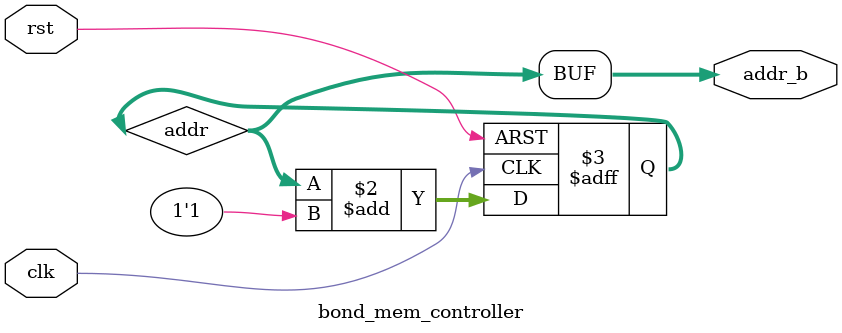
<source format=v>
/**************************************

***********************************/

module bond_mem_controller
(
	input clk,
	input rst,
	output [13:0] addr_b
);


// Quartus Prime Verilog Template
// Binary counter

reg [7:0] count;

reg send_b;
reg [13:0] addr;
	// rst if needed, or increment if counting is enabled
/*	
always @ (posedge clk or posedge rst)
begin
	if (rst) begin
		count <= 0;
		send_b <= 0;
	end
	else if (count == 8'hC8) begin
		count <= 0;
		send_b <= 1; // signal to send one bond term
	end
	else if (count != 8'hC8) begin
		count <= count + 1;
		send_b <= 0;
	end
end
*/
always @ (posedge clk or posedge rst) //or posedge send_b) 
begin
	if (rst) begin
		addr <= 14'b0;
	end
	//else if (send_b) begin
	else begin
		addr <= addr + 1'b1;
	end 
end 

assign addr_b = addr;

endmodule

</source>
